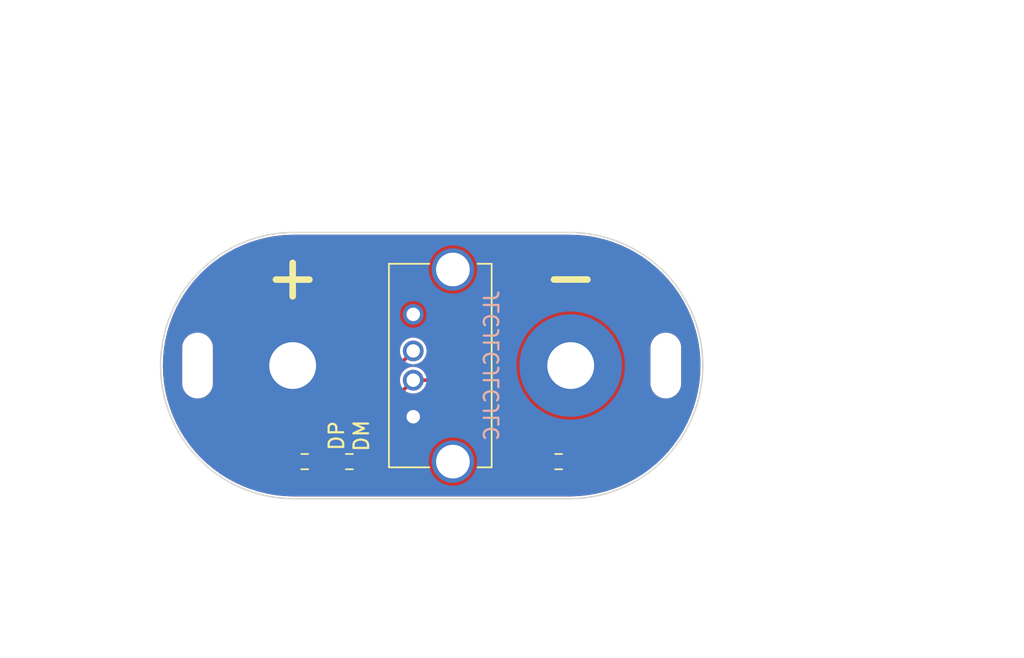
<source format=kicad_pcb>
(kicad_pcb (version 20211014) (generator pcbnew)
  (layers (0 "F.Cu" signal) (31 "B.Cu" signal) (34 "B.Paste" user) (35 "F.Paste" user) (36 "B.SilkS" user "B.Silkscreen") (37 "F.SilkS" user "F.Silkscreen") (38 "B.Mask" user) (39 "F.Mask" user) (44 "Edge.Cuts" user))
  (net 0 "")
  (net 1 "Net-(J3-Pad2)")
  (net 2 "Net-(J3-Pad3)")
  (net 3 "VBUS")
  (net 4 "GND")
  (footprint "Resistor_SMD:R_0603_1608Metric" (layer "F.Cu") (at 113.875 96.57)
    (fp_text reference "R2" hide)
    (fp_text value "TBD")
    (fp_line (start -0.237258 -0.5225) (end 0.237258 -0.5225) (layer "F.SilkS") (width 0.12))
    (fp_line (start -0.237258 0.5225) (end 0.237258 0.5225) (layer "F.SilkS") (width 0.12))
    (pad "1" smd roundrect locked (at -0.825 0) (size 0.8 0.95) (layers "F.Cu" "F.Paste" "F.Mask") (net 2 "Net-(J3-Pad3)"))
    (pad "2" smd roundrect locked (at 0.825 0) (size 0.8 0.95) (layers "F.Cu" "F.Paste" "F.Mask") (net 1 "Net-(J3-Pad2)"))
  )
  (footprint "local:Pomona_72918" (layer "F.Cu") (at 129 90)
    (fp_text reference "J2" hide)
    (fp_text value "4mm")
    (pad "1" thru_hole circle (at 0 0) (size 7 7) (drill 3.2) (layers *.Cu *.Mask) (net 4 "GND"))
  )
  (footprint "local:Ziptie_3.6mm" (layer "F.Cu") (at 135.5 90 90)
    (fp_text reference "H2")
    (fp_text value "ZipTie" hide)
    (pad "" np_thru_hole oval (at 0 0 90) (size 4 1.6) (drill oval 4 1.6) (layers F&B.Cu *.Mask))
  )
  (footprint "local:Cvilux_CU01SAV0S00" (layer "F.Cu") (at 118.24 93.5 90)
    (fp_text reference "J3" hide)
    (fp_text value "USB_A")
    (fp_line (start -3.46 -1.66) (end -3.46 1.1) (layer "F.SilkS") (width 0.12))
    (fp_line (start -3.46 5.36) (end 10.46 5.36) (layer "F.SilkS") (width 0.12))
    (fp_line (start 10.46 -1.66) (end 10.46 1.1) (layer "F.SilkS") (width 0.12))
    (fp_line (start -3.46 5.36) (end -3.46 4.4) (layer "F.SilkS") (width 0.12))
    (fp_line (start 10.46 5.36) (end 10.46 4.4) (layer "F.SilkS") (width 0.12))
    (fp_line (start -3.46 -1.66) (end 10.46 -1.66) (layer "F.SilkS") (width 0.12))
    (pad "1" thru_hole rect (at 0 0 90) (size 1.42 1.42) (drill 0.92) (layers *.Cu *.Mask) (net 3 "VBUS"))
    (pad "2" thru_hole circle (at 2.5 0 90) (size 1.42 1.42) (drill 0.92) (layers *.Cu *.Mask) (net 1 "Net-(J3-Pad2)"))
    (pad "3" thru_hole circle (at 4.5 0 90) (size 1.42 1.42) (drill 0.92) (layers *.Cu *.Mask) (net 2 "Net-(J3-Pad3)"))
    (pad "4" thru_hole circle (at 7 0 90) (size 1.42 1.42) (drill 0.92) (layers *.Cu *.Mask) (net 4 "GND"))
    (pad "5" thru_hole circle (at 10.07 2.71 90) (size 2.9 2.9) (drill 2.3) (layers *.Cu *.Mask) (net 4 "GND"))
    (pad "5" thru_hole circle (at -3.07 2.71 90) (size 2.9 2.9) (drill 2.3) (layers *.Cu *.Mask) (net 4 "GND"))
  )
  (footprint "local:Ziptie_3.6mm" (layer "F.Cu") (at 103.5 90 90)
    (fp_text reference "H1")
    (fp_text value "ZipTie" hide)
    (pad "" np_thru_hole oval (at 0 0 90) (size 4 1.6) (drill oval 4 1.6) (layers F&B.Cu *.Mask))
  )
  (footprint "local:Pomona_72918" (layer "F.Cu") (at 110 90)
    (fp_text reference "J1" hide)
    (fp_text value "4mm")
    (pad "1" thru_hole circle (at 0 0) (size 7 7) (drill 3.2) (layers *.Cu *.Mask) (net 3 "VBUS"))
  )
  (footprint "Resistor_SMD:R_0603_1608Metric" (layer "F.Cu") (at 128.175 96.57)
    (fp_text reference "R3" hide)
    (fp_text value "TBD")
    (fp_line (start -0.237258 -0.5225) (end 0.237258 -0.5225) (layer "F.SilkS") (width 0.12))
    (fp_line (start -0.237258 0.5225) (end 0.237258 0.5225) (layer "F.SilkS") (width 0.12))
    (pad "1" smd roundrect locked (at -0.825 0) (size 0.8 0.95) (layers "F.Cu" "F.Paste" "F.Mask") (net 1 "Net-(J3-Pad2)"))
    (pad "2" smd roundrect locked (at 0.825 0) (size 0.8 0.95) (layers "F.Cu" "F.Paste" "F.Mask") (net 4 "GND"))
  )
  (footprint "Resistor_SMD:R_0603_1608Metric" (layer "F.Cu") (at 110.825 96.57)
    (fp_text reference "R1" hide)
    (fp_text value "TBD")
    (fp_line (start -0.237258 -0.5225) (end 0.237258 -0.5225) (layer "F.SilkS") (width 0.12))
    (fp_line (start -0.237258 0.5225) (end 0.237258 0.5225) (layer "F.SilkS") (width 0.12))
    (pad "1" smd roundrect locked (at -0.825 0) (size 0.8 0.95) (layers "F.Cu" "F.Paste" "F.Mask") (net 3 "VBUS"))
    (pad "2" smd roundrect locked (at 0.825 0) (size 0.8 0.95) (layers "F.Cu" "F.Paste" "F.Mask") (net 2 "Net-(J3-Pad3)"))
  )
  (gr_arc (start 110 99.099999) (mid 100.979068 90) (end 110 80.900001) (layer "Edge.Cuts") (width 0.1))
  (gr_line (start 110 99.099999) (end 129 99.1) (layer "Edge.Cuts") (width 0.1))
  (gr_line (start 129 80.9) (end 110 80.900001) (layer "Edge.Cuts") (width 0.1))
  (gr_arc (start 129 80.900002) (mid 138.020932 90.000001) (end 129 99.1) (layer "Edge.Cuts") (width 0.1))
  (gr_text "JLCJLCJLCJLC" (at 123.6 90 90) (layer "B.SilkS") (effects (font (size 1 1)) (justify mirror)))
  (gr_text "-" (at 129 83.893853) (layer "F.SilkS") (effects (font (size 3 3) (thickness 0.45))))
  (gr_text "DM" (at 114.7 94.8 90) (layer "F.SilkS") (effects (font (size 1 1))))
  (gr_text "DP" (at 113 94.8 90) (layer "F.SilkS") (effects (font (size 1 1))))
  (gr_text "+" (at 110 83.9) (layer "F.SilkS") (effects (font (size 3 3) (thickness 0.45))))
  (segment (start 118.24 91) (end 114.7 94.54) (width 0.25) (layer "F.Cu") (net 1))
  (segment (start 125.57 96.57) (end 127.35 96.57) (width 0.25) (layer "F.Cu") (net 1))
  (segment (start 114.7 94.54) (end 114.7 96.57) (width 0.25) (layer "F.Cu") (net 1))
  (segment (start 118.24 91) (end 120 91) (width 0.25) (layer "F.Cu") (net 1))
  (segment (start 120 91) (end 125.57 96.57) (width 0.25) (layer "F.Cu") (net 1))
  (segment (start 113.05 94.19) (end 113.05 96.57) (width 0.25) (layer "F.Cu") (net 2))
  (segment (start 111.65 96.57) (end 113.05 96.57) (width 0.25) (layer "F.Cu") (net 2))
  (segment (start 118.24 89) (end 113.05 94.19) (width 0.25) (layer "F.Cu") (net 2))
  (segment (start 110 96.57) (end 110 90) (width 0.25) (layer "F.Cu") (net 3))
  (zone (net 4) (net_name "GND") (layer "F.Cu") (connect_pads yes (clearance 0.15)) (min_thickness 0.15) (fill yes (thermal_gap 0.508) (thermal_bridge_width 0.508))
    (polygon (pts (xy 155 105) (xy 95 105) (xy 95 70) (xy 155 70)))
  )
  (zone (net 3) (net_name "VBUS") (layer "B.Cu") (connect_pads yes (clearance 0.15)) (min_thickness 0.15) (fill yes (thermal_gap 0.508) (thermal_bridge_width 0.508))
    (polygon (pts (xy 160 110) (xy 90 110) (xy 90 65) (xy 160 65)))
  )
)
</source>
